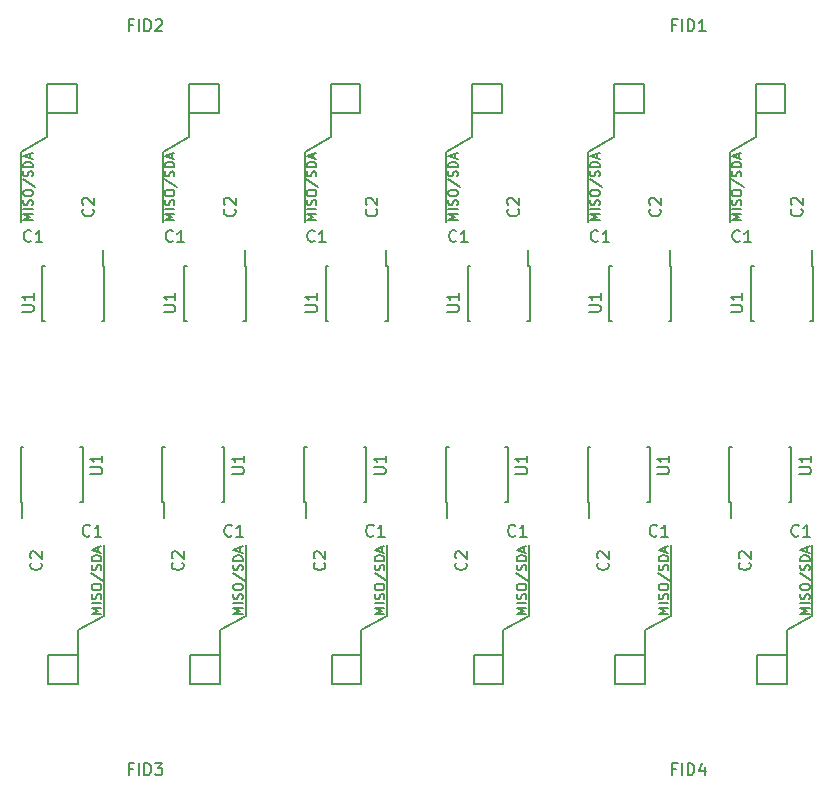
<source format=gto>
G04 #@! TF.GenerationSoftware,KiCad,Pcbnew,5.1.5-52549c5~84~ubuntu18.04.1*
G04 #@! TF.CreationDate,2020-03-17T11:40:12+01:00*
G04 #@! TF.ProjectId,output.A1335_long_I2C_panel,6f757470-7574-42e4-9131-3333355f6c6f,rev?*
G04 #@! TF.SameCoordinates,Original*
G04 #@! TF.FileFunction,Legend,Top*
G04 #@! TF.FilePolarity,Positive*
%FSLAX46Y46*%
G04 Gerber Fmt 4.6, Leading zero omitted, Abs format (unit mm)*
G04 Created by KiCad (PCBNEW 5.1.5-52549c5~84~ubuntu18.04.1) date 2020-03-17 11:40:12*
%MOMM*%
%LPD*%
G04 APERTURE LIST*
%ADD10C,0.150000*%
G04 APERTURE END LIST*
D10*
X111510000Y-77160000D02*
X111510000Y-71160000D01*
X123510000Y-77160000D02*
X123510000Y-71160000D01*
X135510000Y-77160000D02*
X135510000Y-71160000D01*
X147510000Y-77160000D02*
X147510000Y-71160000D01*
X159510000Y-77160000D02*
X159510000Y-71160000D01*
X171510000Y-77160000D02*
X171510000Y-71160000D01*
X178500000Y-104500000D02*
X178500000Y-110500000D01*
X166500000Y-104500000D02*
X166500000Y-110500000D01*
X154500000Y-104500000D02*
X154500000Y-110500000D01*
X142500000Y-104500000D02*
X142500000Y-110500000D01*
X130500000Y-104500000D02*
X130500000Y-110500000D01*
X111510000Y-71160000D02*
X113710000Y-69960000D01*
X123510000Y-71160000D02*
X125710000Y-69960000D01*
X135510000Y-71160000D02*
X137710000Y-69960000D01*
X147510000Y-71160000D02*
X149710000Y-69960000D01*
X159510000Y-71160000D02*
X161710000Y-69960000D01*
X171510000Y-71160000D02*
X173710000Y-69960000D01*
X178500000Y-110500000D02*
X176300000Y-111700000D01*
X166500000Y-110500000D02*
X164300000Y-111700000D01*
X154500000Y-110500000D02*
X152300000Y-111700000D01*
X142500000Y-110500000D02*
X140300000Y-111700000D01*
X130500000Y-110500000D02*
X128300000Y-111700000D01*
X113710000Y-65460000D02*
X116210000Y-65460000D01*
X125710000Y-65460000D02*
X128210000Y-65460000D01*
X137710000Y-65460000D02*
X140210000Y-65460000D01*
X149710000Y-65460000D02*
X152210000Y-65460000D01*
X161710000Y-65460000D02*
X164210000Y-65460000D01*
X173710000Y-65460000D02*
X176210000Y-65460000D01*
X176300000Y-116200000D02*
X173800000Y-116200000D01*
X164300000Y-116200000D02*
X161800000Y-116200000D01*
X152300000Y-116200000D02*
X149800000Y-116200000D01*
X140300000Y-116200000D02*
X137800000Y-116200000D01*
X128300000Y-116200000D02*
X125800000Y-116200000D01*
X113710000Y-69960000D02*
X113710000Y-67360000D01*
X125710000Y-69960000D02*
X125710000Y-67360000D01*
X137710000Y-69960000D02*
X137710000Y-67360000D01*
X149710000Y-69960000D02*
X149710000Y-67360000D01*
X161710000Y-69960000D02*
X161710000Y-67360000D01*
X173710000Y-69960000D02*
X173710000Y-67360000D01*
X176300000Y-111700000D02*
X176300000Y-114300000D01*
X164300000Y-111700000D02*
X164300000Y-114300000D01*
X152300000Y-111700000D02*
X152300000Y-114300000D01*
X140300000Y-111700000D02*
X140300000Y-114300000D01*
X128300000Y-111700000D02*
X128300000Y-114300000D01*
X113710000Y-67360000D02*
X113710000Y-65460000D01*
X125710000Y-67360000D02*
X125710000Y-65460000D01*
X137710000Y-67360000D02*
X137710000Y-65460000D01*
X149710000Y-67360000D02*
X149710000Y-65460000D01*
X161710000Y-67360000D02*
X161710000Y-65460000D01*
X173710000Y-67360000D02*
X173710000Y-65460000D01*
X176300000Y-114300000D02*
X176300000Y-116200000D01*
X164300000Y-114300000D02*
X164300000Y-116200000D01*
X152300000Y-114300000D02*
X152300000Y-116200000D01*
X140300000Y-114300000D02*
X140300000Y-116200000D01*
X128300000Y-114300000D02*
X128300000Y-116200000D01*
X116210000Y-65460000D02*
X116210000Y-67860000D01*
X128210000Y-65460000D02*
X128210000Y-67860000D01*
X140210000Y-65460000D02*
X140210000Y-67860000D01*
X152210000Y-65460000D02*
X152210000Y-67860000D01*
X164210000Y-65460000D02*
X164210000Y-67860000D01*
X176210000Y-65460000D02*
X176210000Y-67860000D01*
X173800000Y-116200000D02*
X173800000Y-113800000D01*
X161800000Y-116200000D02*
X161800000Y-113800000D01*
X149800000Y-116200000D02*
X149800000Y-113800000D01*
X137800000Y-116200000D02*
X137800000Y-113800000D01*
X125800000Y-116200000D02*
X125800000Y-113800000D01*
X116210000Y-67860000D02*
X113710000Y-67860000D01*
X128210000Y-67860000D02*
X125710000Y-67860000D01*
X140210000Y-67860000D02*
X137710000Y-67860000D01*
X152210000Y-67860000D02*
X149710000Y-67860000D01*
X164210000Y-67860000D02*
X161710000Y-67860000D01*
X176210000Y-67860000D02*
X173710000Y-67860000D01*
X173800000Y-113800000D02*
X176300000Y-113800000D01*
X161800000Y-113800000D02*
X164300000Y-113800000D01*
X149800000Y-113800000D02*
X152300000Y-113800000D01*
X137800000Y-113800000D02*
X140300000Y-113800000D01*
X125800000Y-113800000D02*
X128300000Y-113800000D01*
X113800000Y-113800000D02*
X116300000Y-113800000D01*
X113800000Y-116200000D02*
X113800000Y-113800000D01*
X116300000Y-116200000D02*
X113800000Y-116200000D01*
X116300000Y-114300000D02*
X116300000Y-116200000D01*
X116300000Y-111700000D02*
X116300000Y-114300000D01*
X118500000Y-110500000D02*
X116300000Y-111700000D01*
X118500000Y-104500000D02*
X118500000Y-110500000D01*
X118545000Y-80835000D02*
X118420000Y-80835000D01*
X118545000Y-85485000D02*
X118320000Y-85485000D01*
X113295000Y-85485000D02*
X113520000Y-85485000D01*
X113295000Y-80835000D02*
X113520000Y-80835000D01*
X118545000Y-80835000D02*
X118545000Y-85485000D01*
X113295000Y-80835000D02*
X113295000Y-85485000D01*
X118420000Y-80835000D02*
X118420000Y-79485000D01*
X130545000Y-80835000D02*
X130420000Y-80835000D01*
X130545000Y-85485000D02*
X130320000Y-85485000D01*
X125295000Y-85485000D02*
X125520000Y-85485000D01*
X125295000Y-80835000D02*
X125520000Y-80835000D01*
X130545000Y-80835000D02*
X130545000Y-85485000D01*
X125295000Y-80835000D02*
X125295000Y-85485000D01*
X130420000Y-80835000D02*
X130420000Y-79485000D01*
X142545000Y-80835000D02*
X142420000Y-80835000D01*
X142545000Y-85485000D02*
X142320000Y-85485000D01*
X137295000Y-85485000D02*
X137520000Y-85485000D01*
X137295000Y-80835000D02*
X137520000Y-80835000D01*
X142545000Y-80835000D02*
X142545000Y-85485000D01*
X137295000Y-80835000D02*
X137295000Y-85485000D01*
X142420000Y-80835000D02*
X142420000Y-79485000D01*
X154545000Y-80835000D02*
X154420000Y-80835000D01*
X154545000Y-85485000D02*
X154320000Y-85485000D01*
X149295000Y-85485000D02*
X149520000Y-85485000D01*
X149295000Y-80835000D02*
X149520000Y-80835000D01*
X154545000Y-80835000D02*
X154545000Y-85485000D01*
X149295000Y-80835000D02*
X149295000Y-85485000D01*
X154420000Y-80835000D02*
X154420000Y-79485000D01*
X166545000Y-80835000D02*
X166420000Y-80835000D01*
X166545000Y-85485000D02*
X166320000Y-85485000D01*
X161295000Y-85485000D02*
X161520000Y-85485000D01*
X161295000Y-80835000D02*
X161520000Y-80835000D01*
X166545000Y-80835000D02*
X166545000Y-85485000D01*
X161295000Y-80835000D02*
X161295000Y-85485000D01*
X166420000Y-80835000D02*
X166420000Y-79485000D01*
X178545000Y-80835000D02*
X178420000Y-80835000D01*
X178545000Y-85485000D02*
X178320000Y-85485000D01*
X173295000Y-85485000D02*
X173520000Y-85485000D01*
X173295000Y-80835000D02*
X173520000Y-80835000D01*
X178545000Y-80835000D02*
X178545000Y-85485000D01*
X173295000Y-80835000D02*
X173295000Y-85485000D01*
X178420000Y-80835000D02*
X178420000Y-79485000D01*
X171465000Y-100825000D02*
X171590000Y-100825000D01*
X171465000Y-96175000D02*
X171690000Y-96175000D01*
X176715000Y-96175000D02*
X176490000Y-96175000D01*
X176715000Y-100825000D02*
X176490000Y-100825000D01*
X171465000Y-100825000D02*
X171465000Y-96175000D01*
X176715000Y-100825000D02*
X176715000Y-96175000D01*
X171590000Y-100825000D02*
X171590000Y-102175000D01*
X159465000Y-100825000D02*
X159590000Y-100825000D01*
X159465000Y-96175000D02*
X159690000Y-96175000D01*
X164715000Y-96175000D02*
X164490000Y-96175000D01*
X164715000Y-100825000D02*
X164490000Y-100825000D01*
X159465000Y-100825000D02*
X159465000Y-96175000D01*
X164715000Y-100825000D02*
X164715000Y-96175000D01*
X159590000Y-100825000D02*
X159590000Y-102175000D01*
X147465000Y-100825000D02*
X147590000Y-100825000D01*
X147465000Y-96175000D02*
X147690000Y-96175000D01*
X152715000Y-96175000D02*
X152490000Y-96175000D01*
X152715000Y-100825000D02*
X152490000Y-100825000D01*
X147465000Y-100825000D02*
X147465000Y-96175000D01*
X152715000Y-100825000D02*
X152715000Y-96175000D01*
X147590000Y-100825000D02*
X147590000Y-102175000D01*
X135465000Y-100825000D02*
X135590000Y-100825000D01*
X135465000Y-96175000D02*
X135690000Y-96175000D01*
X140715000Y-96175000D02*
X140490000Y-96175000D01*
X140715000Y-100825000D02*
X140490000Y-100825000D01*
X135465000Y-100825000D02*
X135465000Y-96175000D01*
X140715000Y-100825000D02*
X140715000Y-96175000D01*
X135590000Y-100825000D02*
X135590000Y-102175000D01*
X123465000Y-100825000D02*
X123590000Y-100825000D01*
X123465000Y-96175000D02*
X123690000Y-96175000D01*
X128715000Y-96175000D02*
X128490000Y-96175000D01*
X128715000Y-100825000D02*
X128490000Y-100825000D01*
X123465000Y-100825000D02*
X123465000Y-96175000D01*
X128715000Y-100825000D02*
X128715000Y-96175000D01*
X123590000Y-100825000D02*
X123590000Y-102175000D01*
X111590000Y-100825000D02*
X111590000Y-102175000D01*
X116715000Y-100825000D02*
X116715000Y-96175000D01*
X111465000Y-100825000D02*
X111465000Y-96175000D01*
X116715000Y-100825000D02*
X116490000Y-100825000D01*
X116715000Y-96175000D02*
X116490000Y-96175000D01*
X111465000Y-96175000D02*
X111690000Y-96175000D01*
X111465000Y-100825000D02*
X111590000Y-100825000D01*
X117567142Y-76026666D02*
X117614761Y-76074285D01*
X117662380Y-76217142D01*
X117662380Y-76312380D01*
X117614761Y-76455238D01*
X117519523Y-76550476D01*
X117424285Y-76598095D01*
X117233809Y-76645714D01*
X117090952Y-76645714D01*
X116900476Y-76598095D01*
X116805238Y-76550476D01*
X116710000Y-76455238D01*
X116662380Y-76312380D01*
X116662380Y-76217142D01*
X116710000Y-76074285D01*
X116757619Y-76026666D01*
X116757619Y-75645714D02*
X116710000Y-75598095D01*
X116662380Y-75502857D01*
X116662380Y-75264761D01*
X116710000Y-75169523D01*
X116757619Y-75121904D01*
X116852857Y-75074285D01*
X116948095Y-75074285D01*
X117090952Y-75121904D01*
X117662380Y-75693333D01*
X117662380Y-75074285D01*
X129567142Y-76026666D02*
X129614761Y-76074285D01*
X129662380Y-76217142D01*
X129662380Y-76312380D01*
X129614761Y-76455238D01*
X129519523Y-76550476D01*
X129424285Y-76598095D01*
X129233809Y-76645714D01*
X129090952Y-76645714D01*
X128900476Y-76598095D01*
X128805238Y-76550476D01*
X128710000Y-76455238D01*
X128662380Y-76312380D01*
X128662380Y-76217142D01*
X128710000Y-76074285D01*
X128757619Y-76026666D01*
X128757619Y-75645714D02*
X128710000Y-75598095D01*
X128662380Y-75502857D01*
X128662380Y-75264761D01*
X128710000Y-75169523D01*
X128757619Y-75121904D01*
X128852857Y-75074285D01*
X128948095Y-75074285D01*
X129090952Y-75121904D01*
X129662380Y-75693333D01*
X129662380Y-75074285D01*
X141567142Y-76026666D02*
X141614761Y-76074285D01*
X141662380Y-76217142D01*
X141662380Y-76312380D01*
X141614761Y-76455238D01*
X141519523Y-76550476D01*
X141424285Y-76598095D01*
X141233809Y-76645714D01*
X141090952Y-76645714D01*
X140900476Y-76598095D01*
X140805238Y-76550476D01*
X140710000Y-76455238D01*
X140662380Y-76312380D01*
X140662380Y-76217142D01*
X140710000Y-76074285D01*
X140757619Y-76026666D01*
X140757619Y-75645714D02*
X140710000Y-75598095D01*
X140662380Y-75502857D01*
X140662380Y-75264761D01*
X140710000Y-75169523D01*
X140757619Y-75121904D01*
X140852857Y-75074285D01*
X140948095Y-75074285D01*
X141090952Y-75121904D01*
X141662380Y-75693333D01*
X141662380Y-75074285D01*
X153567142Y-76026666D02*
X153614761Y-76074285D01*
X153662380Y-76217142D01*
X153662380Y-76312380D01*
X153614761Y-76455238D01*
X153519523Y-76550476D01*
X153424285Y-76598095D01*
X153233809Y-76645714D01*
X153090952Y-76645714D01*
X152900476Y-76598095D01*
X152805238Y-76550476D01*
X152710000Y-76455238D01*
X152662380Y-76312380D01*
X152662380Y-76217142D01*
X152710000Y-76074285D01*
X152757619Y-76026666D01*
X152757619Y-75645714D02*
X152710000Y-75598095D01*
X152662380Y-75502857D01*
X152662380Y-75264761D01*
X152710000Y-75169523D01*
X152757619Y-75121904D01*
X152852857Y-75074285D01*
X152948095Y-75074285D01*
X153090952Y-75121904D01*
X153662380Y-75693333D01*
X153662380Y-75074285D01*
X165567142Y-76026666D02*
X165614761Y-76074285D01*
X165662380Y-76217142D01*
X165662380Y-76312380D01*
X165614761Y-76455238D01*
X165519523Y-76550476D01*
X165424285Y-76598095D01*
X165233809Y-76645714D01*
X165090952Y-76645714D01*
X164900476Y-76598095D01*
X164805238Y-76550476D01*
X164710000Y-76455238D01*
X164662380Y-76312380D01*
X164662380Y-76217142D01*
X164710000Y-76074285D01*
X164757619Y-76026666D01*
X164757619Y-75645714D02*
X164710000Y-75598095D01*
X164662380Y-75502857D01*
X164662380Y-75264761D01*
X164710000Y-75169523D01*
X164757619Y-75121904D01*
X164852857Y-75074285D01*
X164948095Y-75074285D01*
X165090952Y-75121904D01*
X165662380Y-75693333D01*
X165662380Y-75074285D01*
X177567142Y-76026666D02*
X177614761Y-76074285D01*
X177662380Y-76217142D01*
X177662380Y-76312380D01*
X177614761Y-76455238D01*
X177519523Y-76550476D01*
X177424285Y-76598095D01*
X177233809Y-76645714D01*
X177090952Y-76645714D01*
X176900476Y-76598095D01*
X176805238Y-76550476D01*
X176710000Y-76455238D01*
X176662380Y-76312380D01*
X176662380Y-76217142D01*
X176710000Y-76074285D01*
X176757619Y-76026666D01*
X176757619Y-75645714D02*
X176710000Y-75598095D01*
X176662380Y-75502857D01*
X176662380Y-75264761D01*
X176710000Y-75169523D01*
X176757619Y-75121904D01*
X176852857Y-75074285D01*
X176948095Y-75074285D01*
X177090952Y-75121904D01*
X177662380Y-75693333D01*
X177662380Y-75074285D01*
X173157142Y-105966666D02*
X173204761Y-106014285D01*
X173252380Y-106157142D01*
X173252380Y-106252380D01*
X173204761Y-106395238D01*
X173109523Y-106490476D01*
X173014285Y-106538095D01*
X172823809Y-106585714D01*
X172680952Y-106585714D01*
X172490476Y-106538095D01*
X172395238Y-106490476D01*
X172300000Y-106395238D01*
X172252380Y-106252380D01*
X172252380Y-106157142D01*
X172300000Y-106014285D01*
X172347619Y-105966666D01*
X172347619Y-105585714D02*
X172300000Y-105538095D01*
X172252380Y-105442857D01*
X172252380Y-105204761D01*
X172300000Y-105109523D01*
X172347619Y-105061904D01*
X172442857Y-105014285D01*
X172538095Y-105014285D01*
X172680952Y-105061904D01*
X173252380Y-105633333D01*
X173252380Y-105014285D01*
X161157142Y-105966666D02*
X161204761Y-106014285D01*
X161252380Y-106157142D01*
X161252380Y-106252380D01*
X161204761Y-106395238D01*
X161109523Y-106490476D01*
X161014285Y-106538095D01*
X160823809Y-106585714D01*
X160680952Y-106585714D01*
X160490476Y-106538095D01*
X160395238Y-106490476D01*
X160300000Y-106395238D01*
X160252380Y-106252380D01*
X160252380Y-106157142D01*
X160300000Y-106014285D01*
X160347619Y-105966666D01*
X160347619Y-105585714D02*
X160300000Y-105538095D01*
X160252380Y-105442857D01*
X160252380Y-105204761D01*
X160300000Y-105109523D01*
X160347619Y-105061904D01*
X160442857Y-105014285D01*
X160538095Y-105014285D01*
X160680952Y-105061904D01*
X161252380Y-105633333D01*
X161252380Y-105014285D01*
X149157142Y-105966666D02*
X149204761Y-106014285D01*
X149252380Y-106157142D01*
X149252380Y-106252380D01*
X149204761Y-106395238D01*
X149109523Y-106490476D01*
X149014285Y-106538095D01*
X148823809Y-106585714D01*
X148680952Y-106585714D01*
X148490476Y-106538095D01*
X148395238Y-106490476D01*
X148300000Y-106395238D01*
X148252380Y-106252380D01*
X148252380Y-106157142D01*
X148300000Y-106014285D01*
X148347619Y-105966666D01*
X148347619Y-105585714D02*
X148300000Y-105538095D01*
X148252380Y-105442857D01*
X148252380Y-105204761D01*
X148300000Y-105109523D01*
X148347619Y-105061904D01*
X148442857Y-105014285D01*
X148538095Y-105014285D01*
X148680952Y-105061904D01*
X149252380Y-105633333D01*
X149252380Y-105014285D01*
X137157142Y-105966666D02*
X137204761Y-106014285D01*
X137252380Y-106157142D01*
X137252380Y-106252380D01*
X137204761Y-106395238D01*
X137109523Y-106490476D01*
X137014285Y-106538095D01*
X136823809Y-106585714D01*
X136680952Y-106585714D01*
X136490476Y-106538095D01*
X136395238Y-106490476D01*
X136300000Y-106395238D01*
X136252380Y-106252380D01*
X136252380Y-106157142D01*
X136300000Y-106014285D01*
X136347619Y-105966666D01*
X136347619Y-105585714D02*
X136300000Y-105538095D01*
X136252380Y-105442857D01*
X136252380Y-105204761D01*
X136300000Y-105109523D01*
X136347619Y-105061904D01*
X136442857Y-105014285D01*
X136538095Y-105014285D01*
X136680952Y-105061904D01*
X137252380Y-105633333D01*
X137252380Y-105014285D01*
X125157142Y-105966666D02*
X125204761Y-106014285D01*
X125252380Y-106157142D01*
X125252380Y-106252380D01*
X125204761Y-106395238D01*
X125109523Y-106490476D01*
X125014285Y-106538095D01*
X124823809Y-106585714D01*
X124680952Y-106585714D01*
X124490476Y-106538095D01*
X124395238Y-106490476D01*
X124300000Y-106395238D01*
X124252380Y-106252380D01*
X124252380Y-106157142D01*
X124300000Y-106014285D01*
X124347619Y-105966666D01*
X124347619Y-105585714D02*
X124300000Y-105538095D01*
X124252380Y-105442857D01*
X124252380Y-105204761D01*
X124300000Y-105109523D01*
X124347619Y-105061904D01*
X124442857Y-105014285D01*
X124538095Y-105014285D01*
X124680952Y-105061904D01*
X125252380Y-105633333D01*
X125252380Y-105014285D01*
X112343333Y-78717142D02*
X112295714Y-78764761D01*
X112152857Y-78812380D01*
X112057619Y-78812380D01*
X111914761Y-78764761D01*
X111819523Y-78669523D01*
X111771904Y-78574285D01*
X111724285Y-78383809D01*
X111724285Y-78240952D01*
X111771904Y-78050476D01*
X111819523Y-77955238D01*
X111914761Y-77860000D01*
X112057619Y-77812380D01*
X112152857Y-77812380D01*
X112295714Y-77860000D01*
X112343333Y-77907619D01*
X113295714Y-78812380D02*
X112724285Y-78812380D01*
X113010000Y-78812380D02*
X113010000Y-77812380D01*
X112914761Y-77955238D01*
X112819523Y-78050476D01*
X112724285Y-78098095D01*
X124343333Y-78717142D02*
X124295714Y-78764761D01*
X124152857Y-78812380D01*
X124057619Y-78812380D01*
X123914761Y-78764761D01*
X123819523Y-78669523D01*
X123771904Y-78574285D01*
X123724285Y-78383809D01*
X123724285Y-78240952D01*
X123771904Y-78050476D01*
X123819523Y-77955238D01*
X123914761Y-77860000D01*
X124057619Y-77812380D01*
X124152857Y-77812380D01*
X124295714Y-77860000D01*
X124343333Y-77907619D01*
X125295714Y-78812380D02*
X124724285Y-78812380D01*
X125010000Y-78812380D02*
X125010000Y-77812380D01*
X124914761Y-77955238D01*
X124819523Y-78050476D01*
X124724285Y-78098095D01*
X136343333Y-78717142D02*
X136295714Y-78764761D01*
X136152857Y-78812380D01*
X136057619Y-78812380D01*
X135914761Y-78764761D01*
X135819523Y-78669523D01*
X135771904Y-78574285D01*
X135724285Y-78383809D01*
X135724285Y-78240952D01*
X135771904Y-78050476D01*
X135819523Y-77955238D01*
X135914761Y-77860000D01*
X136057619Y-77812380D01*
X136152857Y-77812380D01*
X136295714Y-77860000D01*
X136343333Y-77907619D01*
X137295714Y-78812380D02*
X136724285Y-78812380D01*
X137010000Y-78812380D02*
X137010000Y-77812380D01*
X136914761Y-77955238D01*
X136819523Y-78050476D01*
X136724285Y-78098095D01*
X148343333Y-78717142D02*
X148295714Y-78764761D01*
X148152857Y-78812380D01*
X148057619Y-78812380D01*
X147914761Y-78764761D01*
X147819523Y-78669523D01*
X147771904Y-78574285D01*
X147724285Y-78383809D01*
X147724285Y-78240952D01*
X147771904Y-78050476D01*
X147819523Y-77955238D01*
X147914761Y-77860000D01*
X148057619Y-77812380D01*
X148152857Y-77812380D01*
X148295714Y-77860000D01*
X148343333Y-77907619D01*
X149295714Y-78812380D02*
X148724285Y-78812380D01*
X149010000Y-78812380D02*
X149010000Y-77812380D01*
X148914761Y-77955238D01*
X148819523Y-78050476D01*
X148724285Y-78098095D01*
X160343333Y-78717142D02*
X160295714Y-78764761D01*
X160152857Y-78812380D01*
X160057619Y-78812380D01*
X159914761Y-78764761D01*
X159819523Y-78669523D01*
X159771904Y-78574285D01*
X159724285Y-78383809D01*
X159724285Y-78240952D01*
X159771904Y-78050476D01*
X159819523Y-77955238D01*
X159914761Y-77860000D01*
X160057619Y-77812380D01*
X160152857Y-77812380D01*
X160295714Y-77860000D01*
X160343333Y-77907619D01*
X161295714Y-78812380D02*
X160724285Y-78812380D01*
X161010000Y-78812380D02*
X161010000Y-77812380D01*
X160914761Y-77955238D01*
X160819523Y-78050476D01*
X160724285Y-78098095D01*
X172343333Y-78717142D02*
X172295714Y-78764761D01*
X172152857Y-78812380D01*
X172057619Y-78812380D01*
X171914761Y-78764761D01*
X171819523Y-78669523D01*
X171771904Y-78574285D01*
X171724285Y-78383809D01*
X171724285Y-78240952D01*
X171771904Y-78050476D01*
X171819523Y-77955238D01*
X171914761Y-77860000D01*
X172057619Y-77812380D01*
X172152857Y-77812380D01*
X172295714Y-77860000D01*
X172343333Y-77907619D01*
X173295714Y-78812380D02*
X172724285Y-78812380D01*
X173010000Y-78812380D02*
X173010000Y-77812380D01*
X172914761Y-77955238D01*
X172819523Y-78050476D01*
X172724285Y-78098095D01*
X177333333Y-103657142D02*
X177285714Y-103704761D01*
X177142857Y-103752380D01*
X177047619Y-103752380D01*
X176904761Y-103704761D01*
X176809523Y-103609523D01*
X176761904Y-103514285D01*
X176714285Y-103323809D01*
X176714285Y-103180952D01*
X176761904Y-102990476D01*
X176809523Y-102895238D01*
X176904761Y-102800000D01*
X177047619Y-102752380D01*
X177142857Y-102752380D01*
X177285714Y-102800000D01*
X177333333Y-102847619D01*
X178285714Y-103752380D02*
X177714285Y-103752380D01*
X178000000Y-103752380D02*
X178000000Y-102752380D01*
X177904761Y-102895238D01*
X177809523Y-102990476D01*
X177714285Y-103038095D01*
X165333333Y-103657142D02*
X165285714Y-103704761D01*
X165142857Y-103752380D01*
X165047619Y-103752380D01*
X164904761Y-103704761D01*
X164809523Y-103609523D01*
X164761904Y-103514285D01*
X164714285Y-103323809D01*
X164714285Y-103180952D01*
X164761904Y-102990476D01*
X164809523Y-102895238D01*
X164904761Y-102800000D01*
X165047619Y-102752380D01*
X165142857Y-102752380D01*
X165285714Y-102800000D01*
X165333333Y-102847619D01*
X166285714Y-103752380D02*
X165714285Y-103752380D01*
X166000000Y-103752380D02*
X166000000Y-102752380D01*
X165904761Y-102895238D01*
X165809523Y-102990476D01*
X165714285Y-103038095D01*
X153333333Y-103657142D02*
X153285714Y-103704761D01*
X153142857Y-103752380D01*
X153047619Y-103752380D01*
X152904761Y-103704761D01*
X152809523Y-103609523D01*
X152761904Y-103514285D01*
X152714285Y-103323809D01*
X152714285Y-103180952D01*
X152761904Y-102990476D01*
X152809523Y-102895238D01*
X152904761Y-102800000D01*
X153047619Y-102752380D01*
X153142857Y-102752380D01*
X153285714Y-102800000D01*
X153333333Y-102847619D01*
X154285714Y-103752380D02*
X153714285Y-103752380D01*
X154000000Y-103752380D02*
X154000000Y-102752380D01*
X153904761Y-102895238D01*
X153809523Y-102990476D01*
X153714285Y-103038095D01*
X141333333Y-103657142D02*
X141285714Y-103704761D01*
X141142857Y-103752380D01*
X141047619Y-103752380D01*
X140904761Y-103704761D01*
X140809523Y-103609523D01*
X140761904Y-103514285D01*
X140714285Y-103323809D01*
X140714285Y-103180952D01*
X140761904Y-102990476D01*
X140809523Y-102895238D01*
X140904761Y-102800000D01*
X141047619Y-102752380D01*
X141142857Y-102752380D01*
X141285714Y-102800000D01*
X141333333Y-102847619D01*
X142285714Y-103752380D02*
X141714285Y-103752380D01*
X142000000Y-103752380D02*
X142000000Y-102752380D01*
X141904761Y-102895238D01*
X141809523Y-102990476D01*
X141714285Y-103038095D01*
X129333333Y-103657142D02*
X129285714Y-103704761D01*
X129142857Y-103752380D01*
X129047619Y-103752380D01*
X128904761Y-103704761D01*
X128809523Y-103609523D01*
X128761904Y-103514285D01*
X128714285Y-103323809D01*
X128714285Y-103180952D01*
X128761904Y-102990476D01*
X128809523Y-102895238D01*
X128904761Y-102800000D01*
X129047619Y-102752380D01*
X129142857Y-102752380D01*
X129285714Y-102800000D01*
X129333333Y-102847619D01*
X130285714Y-103752380D02*
X129714285Y-103752380D01*
X130000000Y-103752380D02*
X130000000Y-102752380D01*
X129904761Y-102895238D01*
X129809523Y-102990476D01*
X129714285Y-103038095D01*
X112471904Y-76960000D02*
X111671904Y-76960000D01*
X112243333Y-76693333D01*
X111671904Y-76426666D01*
X112471904Y-76426666D01*
X112471904Y-76045714D02*
X111671904Y-76045714D01*
X112433809Y-75702857D02*
X112471904Y-75588571D01*
X112471904Y-75398095D01*
X112433809Y-75321904D01*
X112395714Y-75283809D01*
X112319523Y-75245714D01*
X112243333Y-75245714D01*
X112167142Y-75283809D01*
X112129047Y-75321904D01*
X112090952Y-75398095D01*
X112052857Y-75550476D01*
X112014761Y-75626666D01*
X111976666Y-75664761D01*
X111900476Y-75702857D01*
X111824285Y-75702857D01*
X111748095Y-75664761D01*
X111710000Y-75626666D01*
X111671904Y-75550476D01*
X111671904Y-75360000D01*
X111710000Y-75245714D01*
X111671904Y-74750476D02*
X111671904Y-74598095D01*
X111710000Y-74521904D01*
X111786190Y-74445714D01*
X111938571Y-74407619D01*
X112205238Y-74407619D01*
X112357619Y-74445714D01*
X112433809Y-74521904D01*
X112471904Y-74598095D01*
X112471904Y-74750476D01*
X112433809Y-74826666D01*
X112357619Y-74902857D01*
X112205238Y-74940952D01*
X111938571Y-74940952D01*
X111786190Y-74902857D01*
X111710000Y-74826666D01*
X111671904Y-74750476D01*
X111633809Y-73493333D02*
X112662380Y-74179047D01*
X112433809Y-73264761D02*
X112471904Y-73150476D01*
X112471904Y-72960000D01*
X112433809Y-72883809D01*
X112395714Y-72845714D01*
X112319523Y-72807619D01*
X112243333Y-72807619D01*
X112167142Y-72845714D01*
X112129047Y-72883809D01*
X112090952Y-72960000D01*
X112052857Y-73112380D01*
X112014761Y-73188571D01*
X111976666Y-73226666D01*
X111900476Y-73264761D01*
X111824285Y-73264761D01*
X111748095Y-73226666D01*
X111710000Y-73188571D01*
X111671904Y-73112380D01*
X111671904Y-72921904D01*
X111710000Y-72807619D01*
X112471904Y-72464761D02*
X111671904Y-72464761D01*
X111671904Y-72274285D01*
X111710000Y-72160000D01*
X111786190Y-72083809D01*
X111862380Y-72045714D01*
X112014761Y-72007619D01*
X112129047Y-72007619D01*
X112281428Y-72045714D01*
X112357619Y-72083809D01*
X112433809Y-72160000D01*
X112471904Y-72274285D01*
X112471904Y-72464761D01*
X112243333Y-71702857D02*
X112243333Y-71321904D01*
X112471904Y-71779047D02*
X111671904Y-71512380D01*
X112471904Y-71245714D01*
X124471904Y-76960000D02*
X123671904Y-76960000D01*
X124243333Y-76693333D01*
X123671904Y-76426666D01*
X124471904Y-76426666D01*
X124471904Y-76045714D02*
X123671904Y-76045714D01*
X124433809Y-75702857D02*
X124471904Y-75588571D01*
X124471904Y-75398095D01*
X124433809Y-75321904D01*
X124395714Y-75283809D01*
X124319523Y-75245714D01*
X124243333Y-75245714D01*
X124167142Y-75283809D01*
X124129047Y-75321904D01*
X124090952Y-75398095D01*
X124052857Y-75550476D01*
X124014761Y-75626666D01*
X123976666Y-75664761D01*
X123900476Y-75702857D01*
X123824285Y-75702857D01*
X123748095Y-75664761D01*
X123710000Y-75626666D01*
X123671904Y-75550476D01*
X123671904Y-75360000D01*
X123710000Y-75245714D01*
X123671904Y-74750476D02*
X123671904Y-74598095D01*
X123710000Y-74521904D01*
X123786190Y-74445714D01*
X123938571Y-74407619D01*
X124205238Y-74407619D01*
X124357619Y-74445714D01*
X124433809Y-74521904D01*
X124471904Y-74598095D01*
X124471904Y-74750476D01*
X124433809Y-74826666D01*
X124357619Y-74902857D01*
X124205238Y-74940952D01*
X123938571Y-74940952D01*
X123786190Y-74902857D01*
X123710000Y-74826666D01*
X123671904Y-74750476D01*
X123633809Y-73493333D02*
X124662380Y-74179047D01*
X124433809Y-73264761D02*
X124471904Y-73150476D01*
X124471904Y-72960000D01*
X124433809Y-72883809D01*
X124395714Y-72845714D01*
X124319523Y-72807619D01*
X124243333Y-72807619D01*
X124167142Y-72845714D01*
X124129047Y-72883809D01*
X124090952Y-72960000D01*
X124052857Y-73112380D01*
X124014761Y-73188571D01*
X123976666Y-73226666D01*
X123900476Y-73264761D01*
X123824285Y-73264761D01*
X123748095Y-73226666D01*
X123710000Y-73188571D01*
X123671904Y-73112380D01*
X123671904Y-72921904D01*
X123710000Y-72807619D01*
X124471904Y-72464761D02*
X123671904Y-72464761D01*
X123671904Y-72274285D01*
X123710000Y-72160000D01*
X123786190Y-72083809D01*
X123862380Y-72045714D01*
X124014761Y-72007619D01*
X124129047Y-72007619D01*
X124281428Y-72045714D01*
X124357619Y-72083809D01*
X124433809Y-72160000D01*
X124471904Y-72274285D01*
X124471904Y-72464761D01*
X124243333Y-71702857D02*
X124243333Y-71321904D01*
X124471904Y-71779047D02*
X123671904Y-71512380D01*
X124471904Y-71245714D01*
X136471904Y-76960000D02*
X135671904Y-76960000D01*
X136243333Y-76693333D01*
X135671904Y-76426666D01*
X136471904Y-76426666D01*
X136471904Y-76045714D02*
X135671904Y-76045714D01*
X136433809Y-75702857D02*
X136471904Y-75588571D01*
X136471904Y-75398095D01*
X136433809Y-75321904D01*
X136395714Y-75283809D01*
X136319523Y-75245714D01*
X136243333Y-75245714D01*
X136167142Y-75283809D01*
X136129047Y-75321904D01*
X136090952Y-75398095D01*
X136052857Y-75550476D01*
X136014761Y-75626666D01*
X135976666Y-75664761D01*
X135900476Y-75702857D01*
X135824285Y-75702857D01*
X135748095Y-75664761D01*
X135710000Y-75626666D01*
X135671904Y-75550476D01*
X135671904Y-75360000D01*
X135710000Y-75245714D01*
X135671904Y-74750476D02*
X135671904Y-74598095D01*
X135710000Y-74521904D01*
X135786190Y-74445714D01*
X135938571Y-74407619D01*
X136205238Y-74407619D01*
X136357619Y-74445714D01*
X136433809Y-74521904D01*
X136471904Y-74598095D01*
X136471904Y-74750476D01*
X136433809Y-74826666D01*
X136357619Y-74902857D01*
X136205238Y-74940952D01*
X135938571Y-74940952D01*
X135786190Y-74902857D01*
X135710000Y-74826666D01*
X135671904Y-74750476D01*
X135633809Y-73493333D02*
X136662380Y-74179047D01*
X136433809Y-73264761D02*
X136471904Y-73150476D01*
X136471904Y-72960000D01*
X136433809Y-72883809D01*
X136395714Y-72845714D01*
X136319523Y-72807619D01*
X136243333Y-72807619D01*
X136167142Y-72845714D01*
X136129047Y-72883809D01*
X136090952Y-72960000D01*
X136052857Y-73112380D01*
X136014761Y-73188571D01*
X135976666Y-73226666D01*
X135900476Y-73264761D01*
X135824285Y-73264761D01*
X135748095Y-73226666D01*
X135710000Y-73188571D01*
X135671904Y-73112380D01*
X135671904Y-72921904D01*
X135710000Y-72807619D01*
X136471904Y-72464761D02*
X135671904Y-72464761D01*
X135671904Y-72274285D01*
X135710000Y-72160000D01*
X135786190Y-72083809D01*
X135862380Y-72045714D01*
X136014761Y-72007619D01*
X136129047Y-72007619D01*
X136281428Y-72045714D01*
X136357619Y-72083809D01*
X136433809Y-72160000D01*
X136471904Y-72274285D01*
X136471904Y-72464761D01*
X136243333Y-71702857D02*
X136243333Y-71321904D01*
X136471904Y-71779047D02*
X135671904Y-71512380D01*
X136471904Y-71245714D01*
X148471904Y-76960000D02*
X147671904Y-76960000D01*
X148243333Y-76693333D01*
X147671904Y-76426666D01*
X148471904Y-76426666D01*
X148471904Y-76045714D02*
X147671904Y-76045714D01*
X148433809Y-75702857D02*
X148471904Y-75588571D01*
X148471904Y-75398095D01*
X148433809Y-75321904D01*
X148395714Y-75283809D01*
X148319523Y-75245714D01*
X148243333Y-75245714D01*
X148167142Y-75283809D01*
X148129047Y-75321904D01*
X148090952Y-75398095D01*
X148052857Y-75550476D01*
X148014761Y-75626666D01*
X147976666Y-75664761D01*
X147900476Y-75702857D01*
X147824285Y-75702857D01*
X147748095Y-75664761D01*
X147710000Y-75626666D01*
X147671904Y-75550476D01*
X147671904Y-75360000D01*
X147710000Y-75245714D01*
X147671904Y-74750476D02*
X147671904Y-74598095D01*
X147710000Y-74521904D01*
X147786190Y-74445714D01*
X147938571Y-74407619D01*
X148205238Y-74407619D01*
X148357619Y-74445714D01*
X148433809Y-74521904D01*
X148471904Y-74598095D01*
X148471904Y-74750476D01*
X148433809Y-74826666D01*
X148357619Y-74902857D01*
X148205238Y-74940952D01*
X147938571Y-74940952D01*
X147786190Y-74902857D01*
X147710000Y-74826666D01*
X147671904Y-74750476D01*
X147633809Y-73493333D02*
X148662380Y-74179047D01*
X148433809Y-73264761D02*
X148471904Y-73150476D01*
X148471904Y-72960000D01*
X148433809Y-72883809D01*
X148395714Y-72845714D01*
X148319523Y-72807619D01*
X148243333Y-72807619D01*
X148167142Y-72845714D01*
X148129047Y-72883809D01*
X148090952Y-72960000D01*
X148052857Y-73112380D01*
X148014761Y-73188571D01*
X147976666Y-73226666D01*
X147900476Y-73264761D01*
X147824285Y-73264761D01*
X147748095Y-73226666D01*
X147710000Y-73188571D01*
X147671904Y-73112380D01*
X147671904Y-72921904D01*
X147710000Y-72807619D01*
X148471904Y-72464761D02*
X147671904Y-72464761D01*
X147671904Y-72274285D01*
X147710000Y-72160000D01*
X147786190Y-72083809D01*
X147862380Y-72045714D01*
X148014761Y-72007619D01*
X148129047Y-72007619D01*
X148281428Y-72045714D01*
X148357619Y-72083809D01*
X148433809Y-72160000D01*
X148471904Y-72274285D01*
X148471904Y-72464761D01*
X148243333Y-71702857D02*
X148243333Y-71321904D01*
X148471904Y-71779047D02*
X147671904Y-71512380D01*
X148471904Y-71245714D01*
X160471904Y-76960000D02*
X159671904Y-76960000D01*
X160243333Y-76693333D01*
X159671904Y-76426666D01*
X160471904Y-76426666D01*
X160471904Y-76045714D02*
X159671904Y-76045714D01*
X160433809Y-75702857D02*
X160471904Y-75588571D01*
X160471904Y-75398095D01*
X160433809Y-75321904D01*
X160395714Y-75283809D01*
X160319523Y-75245714D01*
X160243333Y-75245714D01*
X160167142Y-75283809D01*
X160129047Y-75321904D01*
X160090952Y-75398095D01*
X160052857Y-75550476D01*
X160014761Y-75626666D01*
X159976666Y-75664761D01*
X159900476Y-75702857D01*
X159824285Y-75702857D01*
X159748095Y-75664761D01*
X159710000Y-75626666D01*
X159671904Y-75550476D01*
X159671904Y-75360000D01*
X159710000Y-75245714D01*
X159671904Y-74750476D02*
X159671904Y-74598095D01*
X159710000Y-74521904D01*
X159786190Y-74445714D01*
X159938571Y-74407619D01*
X160205238Y-74407619D01*
X160357619Y-74445714D01*
X160433809Y-74521904D01*
X160471904Y-74598095D01*
X160471904Y-74750476D01*
X160433809Y-74826666D01*
X160357619Y-74902857D01*
X160205238Y-74940952D01*
X159938571Y-74940952D01*
X159786190Y-74902857D01*
X159710000Y-74826666D01*
X159671904Y-74750476D01*
X159633809Y-73493333D02*
X160662380Y-74179047D01*
X160433809Y-73264761D02*
X160471904Y-73150476D01*
X160471904Y-72960000D01*
X160433809Y-72883809D01*
X160395714Y-72845714D01*
X160319523Y-72807619D01*
X160243333Y-72807619D01*
X160167142Y-72845714D01*
X160129047Y-72883809D01*
X160090952Y-72960000D01*
X160052857Y-73112380D01*
X160014761Y-73188571D01*
X159976666Y-73226666D01*
X159900476Y-73264761D01*
X159824285Y-73264761D01*
X159748095Y-73226666D01*
X159710000Y-73188571D01*
X159671904Y-73112380D01*
X159671904Y-72921904D01*
X159710000Y-72807619D01*
X160471904Y-72464761D02*
X159671904Y-72464761D01*
X159671904Y-72274285D01*
X159710000Y-72160000D01*
X159786190Y-72083809D01*
X159862380Y-72045714D01*
X160014761Y-72007619D01*
X160129047Y-72007619D01*
X160281428Y-72045714D01*
X160357619Y-72083809D01*
X160433809Y-72160000D01*
X160471904Y-72274285D01*
X160471904Y-72464761D01*
X160243333Y-71702857D02*
X160243333Y-71321904D01*
X160471904Y-71779047D02*
X159671904Y-71512380D01*
X160471904Y-71245714D01*
X172471904Y-76960000D02*
X171671904Y-76960000D01*
X172243333Y-76693333D01*
X171671904Y-76426666D01*
X172471904Y-76426666D01*
X172471904Y-76045714D02*
X171671904Y-76045714D01*
X172433809Y-75702857D02*
X172471904Y-75588571D01*
X172471904Y-75398095D01*
X172433809Y-75321904D01*
X172395714Y-75283809D01*
X172319523Y-75245714D01*
X172243333Y-75245714D01*
X172167142Y-75283809D01*
X172129047Y-75321904D01*
X172090952Y-75398095D01*
X172052857Y-75550476D01*
X172014761Y-75626666D01*
X171976666Y-75664761D01*
X171900476Y-75702857D01*
X171824285Y-75702857D01*
X171748095Y-75664761D01*
X171710000Y-75626666D01*
X171671904Y-75550476D01*
X171671904Y-75360000D01*
X171710000Y-75245714D01*
X171671904Y-74750476D02*
X171671904Y-74598095D01*
X171710000Y-74521904D01*
X171786190Y-74445714D01*
X171938571Y-74407619D01*
X172205238Y-74407619D01*
X172357619Y-74445714D01*
X172433809Y-74521904D01*
X172471904Y-74598095D01*
X172471904Y-74750476D01*
X172433809Y-74826666D01*
X172357619Y-74902857D01*
X172205238Y-74940952D01*
X171938571Y-74940952D01*
X171786190Y-74902857D01*
X171710000Y-74826666D01*
X171671904Y-74750476D01*
X171633809Y-73493333D02*
X172662380Y-74179047D01*
X172433809Y-73264761D02*
X172471904Y-73150476D01*
X172471904Y-72960000D01*
X172433809Y-72883809D01*
X172395714Y-72845714D01*
X172319523Y-72807619D01*
X172243333Y-72807619D01*
X172167142Y-72845714D01*
X172129047Y-72883809D01*
X172090952Y-72960000D01*
X172052857Y-73112380D01*
X172014761Y-73188571D01*
X171976666Y-73226666D01*
X171900476Y-73264761D01*
X171824285Y-73264761D01*
X171748095Y-73226666D01*
X171710000Y-73188571D01*
X171671904Y-73112380D01*
X171671904Y-72921904D01*
X171710000Y-72807619D01*
X172471904Y-72464761D02*
X171671904Y-72464761D01*
X171671904Y-72274285D01*
X171710000Y-72160000D01*
X171786190Y-72083809D01*
X171862380Y-72045714D01*
X172014761Y-72007619D01*
X172129047Y-72007619D01*
X172281428Y-72045714D01*
X172357619Y-72083809D01*
X172433809Y-72160000D01*
X172471904Y-72274285D01*
X172471904Y-72464761D01*
X172243333Y-71702857D02*
X172243333Y-71321904D01*
X172471904Y-71779047D02*
X171671904Y-71512380D01*
X172471904Y-71245714D01*
X178261904Y-110300000D02*
X177461904Y-110300000D01*
X178033333Y-110033333D01*
X177461904Y-109766666D01*
X178261904Y-109766666D01*
X178261904Y-109385714D02*
X177461904Y-109385714D01*
X178223809Y-109042857D02*
X178261904Y-108928571D01*
X178261904Y-108738095D01*
X178223809Y-108661904D01*
X178185714Y-108623809D01*
X178109523Y-108585714D01*
X178033333Y-108585714D01*
X177957142Y-108623809D01*
X177919047Y-108661904D01*
X177880952Y-108738095D01*
X177842857Y-108890476D01*
X177804761Y-108966666D01*
X177766666Y-109004761D01*
X177690476Y-109042857D01*
X177614285Y-109042857D01*
X177538095Y-109004761D01*
X177500000Y-108966666D01*
X177461904Y-108890476D01*
X177461904Y-108700000D01*
X177500000Y-108585714D01*
X177461904Y-108090476D02*
X177461904Y-107938095D01*
X177500000Y-107861904D01*
X177576190Y-107785714D01*
X177728571Y-107747619D01*
X177995238Y-107747619D01*
X178147619Y-107785714D01*
X178223809Y-107861904D01*
X178261904Y-107938095D01*
X178261904Y-108090476D01*
X178223809Y-108166666D01*
X178147619Y-108242857D01*
X177995238Y-108280952D01*
X177728571Y-108280952D01*
X177576190Y-108242857D01*
X177500000Y-108166666D01*
X177461904Y-108090476D01*
X177423809Y-106833333D02*
X178452380Y-107519047D01*
X178223809Y-106604761D02*
X178261904Y-106490476D01*
X178261904Y-106300000D01*
X178223809Y-106223809D01*
X178185714Y-106185714D01*
X178109523Y-106147619D01*
X178033333Y-106147619D01*
X177957142Y-106185714D01*
X177919047Y-106223809D01*
X177880952Y-106300000D01*
X177842857Y-106452380D01*
X177804761Y-106528571D01*
X177766666Y-106566666D01*
X177690476Y-106604761D01*
X177614285Y-106604761D01*
X177538095Y-106566666D01*
X177500000Y-106528571D01*
X177461904Y-106452380D01*
X177461904Y-106261904D01*
X177500000Y-106147619D01*
X178261904Y-105804761D02*
X177461904Y-105804761D01*
X177461904Y-105614285D01*
X177500000Y-105500000D01*
X177576190Y-105423809D01*
X177652380Y-105385714D01*
X177804761Y-105347619D01*
X177919047Y-105347619D01*
X178071428Y-105385714D01*
X178147619Y-105423809D01*
X178223809Y-105500000D01*
X178261904Y-105614285D01*
X178261904Y-105804761D01*
X178033333Y-105042857D02*
X178033333Y-104661904D01*
X178261904Y-105119047D02*
X177461904Y-104852380D01*
X178261904Y-104585714D01*
X166261904Y-110300000D02*
X165461904Y-110300000D01*
X166033333Y-110033333D01*
X165461904Y-109766666D01*
X166261904Y-109766666D01*
X166261904Y-109385714D02*
X165461904Y-109385714D01*
X166223809Y-109042857D02*
X166261904Y-108928571D01*
X166261904Y-108738095D01*
X166223809Y-108661904D01*
X166185714Y-108623809D01*
X166109523Y-108585714D01*
X166033333Y-108585714D01*
X165957142Y-108623809D01*
X165919047Y-108661904D01*
X165880952Y-108738095D01*
X165842857Y-108890476D01*
X165804761Y-108966666D01*
X165766666Y-109004761D01*
X165690476Y-109042857D01*
X165614285Y-109042857D01*
X165538095Y-109004761D01*
X165500000Y-108966666D01*
X165461904Y-108890476D01*
X165461904Y-108700000D01*
X165500000Y-108585714D01*
X165461904Y-108090476D02*
X165461904Y-107938095D01*
X165500000Y-107861904D01*
X165576190Y-107785714D01*
X165728571Y-107747619D01*
X165995238Y-107747619D01*
X166147619Y-107785714D01*
X166223809Y-107861904D01*
X166261904Y-107938095D01*
X166261904Y-108090476D01*
X166223809Y-108166666D01*
X166147619Y-108242857D01*
X165995238Y-108280952D01*
X165728571Y-108280952D01*
X165576190Y-108242857D01*
X165500000Y-108166666D01*
X165461904Y-108090476D01*
X165423809Y-106833333D02*
X166452380Y-107519047D01*
X166223809Y-106604761D02*
X166261904Y-106490476D01*
X166261904Y-106300000D01*
X166223809Y-106223809D01*
X166185714Y-106185714D01*
X166109523Y-106147619D01*
X166033333Y-106147619D01*
X165957142Y-106185714D01*
X165919047Y-106223809D01*
X165880952Y-106300000D01*
X165842857Y-106452380D01*
X165804761Y-106528571D01*
X165766666Y-106566666D01*
X165690476Y-106604761D01*
X165614285Y-106604761D01*
X165538095Y-106566666D01*
X165500000Y-106528571D01*
X165461904Y-106452380D01*
X165461904Y-106261904D01*
X165500000Y-106147619D01*
X166261904Y-105804761D02*
X165461904Y-105804761D01*
X165461904Y-105614285D01*
X165500000Y-105500000D01*
X165576190Y-105423809D01*
X165652380Y-105385714D01*
X165804761Y-105347619D01*
X165919047Y-105347619D01*
X166071428Y-105385714D01*
X166147619Y-105423809D01*
X166223809Y-105500000D01*
X166261904Y-105614285D01*
X166261904Y-105804761D01*
X166033333Y-105042857D02*
X166033333Y-104661904D01*
X166261904Y-105119047D02*
X165461904Y-104852380D01*
X166261904Y-104585714D01*
X154261904Y-110300000D02*
X153461904Y-110300000D01*
X154033333Y-110033333D01*
X153461904Y-109766666D01*
X154261904Y-109766666D01*
X154261904Y-109385714D02*
X153461904Y-109385714D01*
X154223809Y-109042857D02*
X154261904Y-108928571D01*
X154261904Y-108738095D01*
X154223809Y-108661904D01*
X154185714Y-108623809D01*
X154109523Y-108585714D01*
X154033333Y-108585714D01*
X153957142Y-108623809D01*
X153919047Y-108661904D01*
X153880952Y-108738095D01*
X153842857Y-108890476D01*
X153804761Y-108966666D01*
X153766666Y-109004761D01*
X153690476Y-109042857D01*
X153614285Y-109042857D01*
X153538095Y-109004761D01*
X153500000Y-108966666D01*
X153461904Y-108890476D01*
X153461904Y-108700000D01*
X153500000Y-108585714D01*
X153461904Y-108090476D02*
X153461904Y-107938095D01*
X153500000Y-107861904D01*
X153576190Y-107785714D01*
X153728571Y-107747619D01*
X153995238Y-107747619D01*
X154147619Y-107785714D01*
X154223809Y-107861904D01*
X154261904Y-107938095D01*
X154261904Y-108090476D01*
X154223809Y-108166666D01*
X154147619Y-108242857D01*
X153995238Y-108280952D01*
X153728571Y-108280952D01*
X153576190Y-108242857D01*
X153500000Y-108166666D01*
X153461904Y-108090476D01*
X153423809Y-106833333D02*
X154452380Y-107519047D01*
X154223809Y-106604761D02*
X154261904Y-106490476D01*
X154261904Y-106300000D01*
X154223809Y-106223809D01*
X154185714Y-106185714D01*
X154109523Y-106147619D01*
X154033333Y-106147619D01*
X153957142Y-106185714D01*
X153919047Y-106223809D01*
X153880952Y-106300000D01*
X153842857Y-106452380D01*
X153804761Y-106528571D01*
X153766666Y-106566666D01*
X153690476Y-106604761D01*
X153614285Y-106604761D01*
X153538095Y-106566666D01*
X153500000Y-106528571D01*
X153461904Y-106452380D01*
X153461904Y-106261904D01*
X153500000Y-106147619D01*
X154261904Y-105804761D02*
X153461904Y-105804761D01*
X153461904Y-105614285D01*
X153500000Y-105500000D01*
X153576190Y-105423809D01*
X153652380Y-105385714D01*
X153804761Y-105347619D01*
X153919047Y-105347619D01*
X154071428Y-105385714D01*
X154147619Y-105423809D01*
X154223809Y-105500000D01*
X154261904Y-105614285D01*
X154261904Y-105804761D01*
X154033333Y-105042857D02*
X154033333Y-104661904D01*
X154261904Y-105119047D02*
X153461904Y-104852380D01*
X154261904Y-104585714D01*
X142261904Y-110300000D02*
X141461904Y-110300000D01*
X142033333Y-110033333D01*
X141461904Y-109766666D01*
X142261904Y-109766666D01*
X142261904Y-109385714D02*
X141461904Y-109385714D01*
X142223809Y-109042857D02*
X142261904Y-108928571D01*
X142261904Y-108738095D01*
X142223809Y-108661904D01*
X142185714Y-108623809D01*
X142109523Y-108585714D01*
X142033333Y-108585714D01*
X141957142Y-108623809D01*
X141919047Y-108661904D01*
X141880952Y-108738095D01*
X141842857Y-108890476D01*
X141804761Y-108966666D01*
X141766666Y-109004761D01*
X141690476Y-109042857D01*
X141614285Y-109042857D01*
X141538095Y-109004761D01*
X141500000Y-108966666D01*
X141461904Y-108890476D01*
X141461904Y-108700000D01*
X141500000Y-108585714D01*
X141461904Y-108090476D02*
X141461904Y-107938095D01*
X141500000Y-107861904D01*
X141576190Y-107785714D01*
X141728571Y-107747619D01*
X141995238Y-107747619D01*
X142147619Y-107785714D01*
X142223809Y-107861904D01*
X142261904Y-107938095D01*
X142261904Y-108090476D01*
X142223809Y-108166666D01*
X142147619Y-108242857D01*
X141995238Y-108280952D01*
X141728571Y-108280952D01*
X141576190Y-108242857D01*
X141500000Y-108166666D01*
X141461904Y-108090476D01*
X141423809Y-106833333D02*
X142452380Y-107519047D01*
X142223809Y-106604761D02*
X142261904Y-106490476D01*
X142261904Y-106300000D01*
X142223809Y-106223809D01*
X142185714Y-106185714D01*
X142109523Y-106147619D01*
X142033333Y-106147619D01*
X141957142Y-106185714D01*
X141919047Y-106223809D01*
X141880952Y-106300000D01*
X141842857Y-106452380D01*
X141804761Y-106528571D01*
X141766666Y-106566666D01*
X141690476Y-106604761D01*
X141614285Y-106604761D01*
X141538095Y-106566666D01*
X141500000Y-106528571D01*
X141461904Y-106452380D01*
X141461904Y-106261904D01*
X141500000Y-106147619D01*
X142261904Y-105804761D02*
X141461904Y-105804761D01*
X141461904Y-105614285D01*
X141500000Y-105500000D01*
X141576190Y-105423809D01*
X141652380Y-105385714D01*
X141804761Y-105347619D01*
X141919047Y-105347619D01*
X142071428Y-105385714D01*
X142147619Y-105423809D01*
X142223809Y-105500000D01*
X142261904Y-105614285D01*
X142261904Y-105804761D01*
X142033333Y-105042857D02*
X142033333Y-104661904D01*
X142261904Y-105119047D02*
X141461904Y-104852380D01*
X142261904Y-104585714D01*
X130261904Y-110300000D02*
X129461904Y-110300000D01*
X130033333Y-110033333D01*
X129461904Y-109766666D01*
X130261904Y-109766666D01*
X130261904Y-109385714D02*
X129461904Y-109385714D01*
X130223809Y-109042857D02*
X130261904Y-108928571D01*
X130261904Y-108738095D01*
X130223809Y-108661904D01*
X130185714Y-108623809D01*
X130109523Y-108585714D01*
X130033333Y-108585714D01*
X129957142Y-108623809D01*
X129919047Y-108661904D01*
X129880952Y-108738095D01*
X129842857Y-108890476D01*
X129804761Y-108966666D01*
X129766666Y-109004761D01*
X129690476Y-109042857D01*
X129614285Y-109042857D01*
X129538095Y-109004761D01*
X129500000Y-108966666D01*
X129461904Y-108890476D01*
X129461904Y-108700000D01*
X129500000Y-108585714D01*
X129461904Y-108090476D02*
X129461904Y-107938095D01*
X129500000Y-107861904D01*
X129576190Y-107785714D01*
X129728571Y-107747619D01*
X129995238Y-107747619D01*
X130147619Y-107785714D01*
X130223809Y-107861904D01*
X130261904Y-107938095D01*
X130261904Y-108090476D01*
X130223809Y-108166666D01*
X130147619Y-108242857D01*
X129995238Y-108280952D01*
X129728571Y-108280952D01*
X129576190Y-108242857D01*
X129500000Y-108166666D01*
X129461904Y-108090476D01*
X129423809Y-106833333D02*
X130452380Y-107519047D01*
X130223809Y-106604761D02*
X130261904Y-106490476D01*
X130261904Y-106300000D01*
X130223809Y-106223809D01*
X130185714Y-106185714D01*
X130109523Y-106147619D01*
X130033333Y-106147619D01*
X129957142Y-106185714D01*
X129919047Y-106223809D01*
X129880952Y-106300000D01*
X129842857Y-106452380D01*
X129804761Y-106528571D01*
X129766666Y-106566666D01*
X129690476Y-106604761D01*
X129614285Y-106604761D01*
X129538095Y-106566666D01*
X129500000Y-106528571D01*
X129461904Y-106452380D01*
X129461904Y-106261904D01*
X129500000Y-106147619D01*
X130261904Y-105804761D02*
X129461904Y-105804761D01*
X129461904Y-105614285D01*
X129500000Y-105500000D01*
X129576190Y-105423809D01*
X129652380Y-105385714D01*
X129804761Y-105347619D01*
X129919047Y-105347619D01*
X130071428Y-105385714D01*
X130147619Y-105423809D01*
X130223809Y-105500000D01*
X130261904Y-105614285D01*
X130261904Y-105804761D01*
X130033333Y-105042857D02*
X130033333Y-104661904D01*
X130261904Y-105119047D02*
X129461904Y-104852380D01*
X130261904Y-104585714D01*
X111562380Y-84721904D02*
X112371904Y-84721904D01*
X112467142Y-84674285D01*
X112514761Y-84626666D01*
X112562380Y-84531428D01*
X112562380Y-84340952D01*
X112514761Y-84245714D01*
X112467142Y-84198095D01*
X112371904Y-84150476D01*
X111562380Y-84150476D01*
X112562380Y-83150476D02*
X112562380Y-83721904D01*
X112562380Y-83436190D02*
X111562380Y-83436190D01*
X111705238Y-83531428D01*
X111800476Y-83626666D01*
X111848095Y-83721904D01*
X123562380Y-84721904D02*
X124371904Y-84721904D01*
X124467142Y-84674285D01*
X124514761Y-84626666D01*
X124562380Y-84531428D01*
X124562380Y-84340952D01*
X124514761Y-84245714D01*
X124467142Y-84198095D01*
X124371904Y-84150476D01*
X123562380Y-84150476D01*
X124562380Y-83150476D02*
X124562380Y-83721904D01*
X124562380Y-83436190D02*
X123562380Y-83436190D01*
X123705238Y-83531428D01*
X123800476Y-83626666D01*
X123848095Y-83721904D01*
X135562380Y-84721904D02*
X136371904Y-84721904D01*
X136467142Y-84674285D01*
X136514761Y-84626666D01*
X136562380Y-84531428D01*
X136562380Y-84340952D01*
X136514761Y-84245714D01*
X136467142Y-84198095D01*
X136371904Y-84150476D01*
X135562380Y-84150476D01*
X136562380Y-83150476D02*
X136562380Y-83721904D01*
X136562380Y-83436190D02*
X135562380Y-83436190D01*
X135705238Y-83531428D01*
X135800476Y-83626666D01*
X135848095Y-83721904D01*
X147562380Y-84721904D02*
X148371904Y-84721904D01*
X148467142Y-84674285D01*
X148514761Y-84626666D01*
X148562380Y-84531428D01*
X148562380Y-84340952D01*
X148514761Y-84245714D01*
X148467142Y-84198095D01*
X148371904Y-84150476D01*
X147562380Y-84150476D01*
X148562380Y-83150476D02*
X148562380Y-83721904D01*
X148562380Y-83436190D02*
X147562380Y-83436190D01*
X147705238Y-83531428D01*
X147800476Y-83626666D01*
X147848095Y-83721904D01*
X159562380Y-84721904D02*
X160371904Y-84721904D01*
X160467142Y-84674285D01*
X160514761Y-84626666D01*
X160562380Y-84531428D01*
X160562380Y-84340952D01*
X160514761Y-84245714D01*
X160467142Y-84198095D01*
X160371904Y-84150476D01*
X159562380Y-84150476D01*
X160562380Y-83150476D02*
X160562380Y-83721904D01*
X160562380Y-83436190D02*
X159562380Y-83436190D01*
X159705238Y-83531428D01*
X159800476Y-83626666D01*
X159848095Y-83721904D01*
X171562380Y-84721904D02*
X172371904Y-84721904D01*
X172467142Y-84674285D01*
X172514761Y-84626666D01*
X172562380Y-84531428D01*
X172562380Y-84340952D01*
X172514761Y-84245714D01*
X172467142Y-84198095D01*
X172371904Y-84150476D01*
X171562380Y-84150476D01*
X172562380Y-83150476D02*
X172562380Y-83721904D01*
X172562380Y-83436190D02*
X171562380Y-83436190D01*
X171705238Y-83531428D01*
X171800476Y-83626666D01*
X171848095Y-83721904D01*
X177352380Y-98461904D02*
X178161904Y-98461904D01*
X178257142Y-98414285D01*
X178304761Y-98366666D01*
X178352380Y-98271428D01*
X178352380Y-98080952D01*
X178304761Y-97985714D01*
X178257142Y-97938095D01*
X178161904Y-97890476D01*
X177352380Y-97890476D01*
X178352380Y-96890476D02*
X178352380Y-97461904D01*
X178352380Y-97176190D02*
X177352380Y-97176190D01*
X177495238Y-97271428D01*
X177590476Y-97366666D01*
X177638095Y-97461904D01*
X165352380Y-98461904D02*
X166161904Y-98461904D01*
X166257142Y-98414285D01*
X166304761Y-98366666D01*
X166352380Y-98271428D01*
X166352380Y-98080952D01*
X166304761Y-97985714D01*
X166257142Y-97938095D01*
X166161904Y-97890476D01*
X165352380Y-97890476D01*
X166352380Y-96890476D02*
X166352380Y-97461904D01*
X166352380Y-97176190D02*
X165352380Y-97176190D01*
X165495238Y-97271428D01*
X165590476Y-97366666D01*
X165638095Y-97461904D01*
X153352380Y-98461904D02*
X154161904Y-98461904D01*
X154257142Y-98414285D01*
X154304761Y-98366666D01*
X154352380Y-98271428D01*
X154352380Y-98080952D01*
X154304761Y-97985714D01*
X154257142Y-97938095D01*
X154161904Y-97890476D01*
X153352380Y-97890476D01*
X154352380Y-96890476D02*
X154352380Y-97461904D01*
X154352380Y-97176190D02*
X153352380Y-97176190D01*
X153495238Y-97271428D01*
X153590476Y-97366666D01*
X153638095Y-97461904D01*
X141352380Y-98461904D02*
X142161904Y-98461904D01*
X142257142Y-98414285D01*
X142304761Y-98366666D01*
X142352380Y-98271428D01*
X142352380Y-98080952D01*
X142304761Y-97985714D01*
X142257142Y-97938095D01*
X142161904Y-97890476D01*
X141352380Y-97890476D01*
X142352380Y-96890476D02*
X142352380Y-97461904D01*
X142352380Y-97176190D02*
X141352380Y-97176190D01*
X141495238Y-97271428D01*
X141590476Y-97366666D01*
X141638095Y-97461904D01*
X129352380Y-98461904D02*
X130161904Y-98461904D01*
X130257142Y-98414285D01*
X130304761Y-98366666D01*
X130352380Y-98271428D01*
X130352380Y-98080952D01*
X130304761Y-97985714D01*
X130257142Y-97938095D01*
X130161904Y-97890476D01*
X129352380Y-97890476D01*
X130352380Y-96890476D02*
X130352380Y-97461904D01*
X130352380Y-97176190D02*
X129352380Y-97176190D01*
X129495238Y-97271428D01*
X129590476Y-97366666D01*
X129638095Y-97461904D01*
X166928571Y-123428571D02*
X166595238Y-123428571D01*
X166595238Y-123952380D02*
X166595238Y-122952380D01*
X167071428Y-122952380D01*
X167452380Y-123952380D02*
X167452380Y-122952380D01*
X167928571Y-123952380D02*
X167928571Y-122952380D01*
X168166666Y-122952380D01*
X168309523Y-123000000D01*
X168404761Y-123095238D01*
X168452380Y-123190476D01*
X168500000Y-123380952D01*
X168500000Y-123523809D01*
X168452380Y-123714285D01*
X168404761Y-123809523D01*
X168309523Y-123904761D01*
X168166666Y-123952380D01*
X167928571Y-123952380D01*
X169357142Y-123285714D02*
X169357142Y-123952380D01*
X169119047Y-122904761D02*
X168880952Y-123619047D01*
X169500000Y-123619047D01*
X120928571Y-123428571D02*
X120595238Y-123428571D01*
X120595238Y-123952380D02*
X120595238Y-122952380D01*
X121071428Y-122952380D01*
X121452380Y-123952380D02*
X121452380Y-122952380D01*
X121928571Y-123952380D02*
X121928571Y-122952380D01*
X122166666Y-122952380D01*
X122309523Y-123000000D01*
X122404761Y-123095238D01*
X122452380Y-123190476D01*
X122500000Y-123380952D01*
X122500000Y-123523809D01*
X122452380Y-123714285D01*
X122404761Y-123809523D01*
X122309523Y-123904761D01*
X122166666Y-123952380D01*
X121928571Y-123952380D01*
X122833333Y-122952380D02*
X123452380Y-122952380D01*
X123119047Y-123333333D01*
X123261904Y-123333333D01*
X123357142Y-123380952D01*
X123404761Y-123428571D01*
X123452380Y-123523809D01*
X123452380Y-123761904D01*
X123404761Y-123857142D01*
X123357142Y-123904761D01*
X123261904Y-123952380D01*
X122976190Y-123952380D01*
X122880952Y-123904761D01*
X122833333Y-123857142D01*
X166928571Y-60428571D02*
X166595238Y-60428571D01*
X166595238Y-60952380D02*
X166595238Y-59952380D01*
X167071428Y-59952380D01*
X167452380Y-60952380D02*
X167452380Y-59952380D01*
X167928571Y-60952380D02*
X167928571Y-59952380D01*
X168166666Y-59952380D01*
X168309523Y-60000000D01*
X168404761Y-60095238D01*
X168452380Y-60190476D01*
X168500000Y-60380952D01*
X168500000Y-60523809D01*
X168452380Y-60714285D01*
X168404761Y-60809523D01*
X168309523Y-60904761D01*
X168166666Y-60952380D01*
X167928571Y-60952380D01*
X169452380Y-60952380D02*
X168880952Y-60952380D01*
X169166666Y-60952380D02*
X169166666Y-59952380D01*
X169071428Y-60095238D01*
X168976190Y-60190476D01*
X168880952Y-60238095D01*
X120928571Y-60428571D02*
X120595238Y-60428571D01*
X120595238Y-60952380D02*
X120595238Y-59952380D01*
X121071428Y-59952380D01*
X121452380Y-60952380D02*
X121452380Y-59952380D01*
X121928571Y-60952380D02*
X121928571Y-59952380D01*
X122166666Y-59952380D01*
X122309523Y-60000000D01*
X122404761Y-60095238D01*
X122452380Y-60190476D01*
X122500000Y-60380952D01*
X122500000Y-60523809D01*
X122452380Y-60714285D01*
X122404761Y-60809523D01*
X122309523Y-60904761D01*
X122166666Y-60952380D01*
X121928571Y-60952380D01*
X122880952Y-60047619D02*
X122928571Y-60000000D01*
X123023809Y-59952380D01*
X123261904Y-59952380D01*
X123357142Y-60000000D01*
X123404761Y-60047619D01*
X123452380Y-60142857D01*
X123452380Y-60238095D01*
X123404761Y-60380952D01*
X122833333Y-60952380D01*
X123452380Y-60952380D01*
X118261904Y-110300000D02*
X117461904Y-110300000D01*
X118033333Y-110033333D01*
X117461904Y-109766666D01*
X118261904Y-109766666D01*
X118261904Y-109385714D02*
X117461904Y-109385714D01*
X118223809Y-109042857D02*
X118261904Y-108928571D01*
X118261904Y-108738095D01*
X118223809Y-108661904D01*
X118185714Y-108623809D01*
X118109523Y-108585714D01*
X118033333Y-108585714D01*
X117957142Y-108623809D01*
X117919047Y-108661904D01*
X117880952Y-108738095D01*
X117842857Y-108890476D01*
X117804761Y-108966666D01*
X117766666Y-109004761D01*
X117690476Y-109042857D01*
X117614285Y-109042857D01*
X117538095Y-109004761D01*
X117500000Y-108966666D01*
X117461904Y-108890476D01*
X117461904Y-108700000D01*
X117500000Y-108585714D01*
X117461904Y-108090476D02*
X117461904Y-107938095D01*
X117500000Y-107861904D01*
X117576190Y-107785714D01*
X117728571Y-107747619D01*
X117995238Y-107747619D01*
X118147619Y-107785714D01*
X118223809Y-107861904D01*
X118261904Y-107938095D01*
X118261904Y-108090476D01*
X118223809Y-108166666D01*
X118147619Y-108242857D01*
X117995238Y-108280952D01*
X117728571Y-108280952D01*
X117576190Y-108242857D01*
X117500000Y-108166666D01*
X117461904Y-108090476D01*
X117423809Y-106833333D02*
X118452380Y-107519047D01*
X118223809Y-106604761D02*
X118261904Y-106490476D01*
X118261904Y-106300000D01*
X118223809Y-106223809D01*
X118185714Y-106185714D01*
X118109523Y-106147619D01*
X118033333Y-106147619D01*
X117957142Y-106185714D01*
X117919047Y-106223809D01*
X117880952Y-106300000D01*
X117842857Y-106452380D01*
X117804761Y-106528571D01*
X117766666Y-106566666D01*
X117690476Y-106604761D01*
X117614285Y-106604761D01*
X117538095Y-106566666D01*
X117500000Y-106528571D01*
X117461904Y-106452380D01*
X117461904Y-106261904D01*
X117500000Y-106147619D01*
X118261904Y-105804761D02*
X117461904Y-105804761D01*
X117461904Y-105614285D01*
X117500000Y-105500000D01*
X117576190Y-105423809D01*
X117652380Y-105385714D01*
X117804761Y-105347619D01*
X117919047Y-105347619D01*
X118071428Y-105385714D01*
X118147619Y-105423809D01*
X118223809Y-105500000D01*
X118261904Y-105614285D01*
X118261904Y-105804761D01*
X118033333Y-105042857D02*
X118033333Y-104661904D01*
X118261904Y-105119047D02*
X117461904Y-104852380D01*
X118261904Y-104585714D01*
X117352380Y-98461904D02*
X118161904Y-98461904D01*
X118257142Y-98414285D01*
X118304761Y-98366666D01*
X118352380Y-98271428D01*
X118352380Y-98080952D01*
X118304761Y-97985714D01*
X118257142Y-97938095D01*
X118161904Y-97890476D01*
X117352380Y-97890476D01*
X118352380Y-96890476D02*
X118352380Y-97461904D01*
X118352380Y-97176190D02*
X117352380Y-97176190D01*
X117495238Y-97271428D01*
X117590476Y-97366666D01*
X117638095Y-97461904D01*
X117333333Y-103657142D02*
X117285714Y-103704761D01*
X117142857Y-103752380D01*
X117047619Y-103752380D01*
X116904761Y-103704761D01*
X116809523Y-103609523D01*
X116761904Y-103514285D01*
X116714285Y-103323809D01*
X116714285Y-103180952D01*
X116761904Y-102990476D01*
X116809523Y-102895238D01*
X116904761Y-102800000D01*
X117047619Y-102752380D01*
X117142857Y-102752380D01*
X117285714Y-102800000D01*
X117333333Y-102847619D01*
X118285714Y-103752380D02*
X117714285Y-103752380D01*
X118000000Y-103752380D02*
X118000000Y-102752380D01*
X117904761Y-102895238D01*
X117809523Y-102990476D01*
X117714285Y-103038095D01*
X113157142Y-105966666D02*
X113204761Y-106014285D01*
X113252380Y-106157142D01*
X113252380Y-106252380D01*
X113204761Y-106395238D01*
X113109523Y-106490476D01*
X113014285Y-106538095D01*
X112823809Y-106585714D01*
X112680952Y-106585714D01*
X112490476Y-106538095D01*
X112395238Y-106490476D01*
X112300000Y-106395238D01*
X112252380Y-106252380D01*
X112252380Y-106157142D01*
X112300000Y-106014285D01*
X112347619Y-105966666D01*
X112347619Y-105585714D02*
X112300000Y-105538095D01*
X112252380Y-105442857D01*
X112252380Y-105204761D01*
X112300000Y-105109523D01*
X112347619Y-105061904D01*
X112442857Y-105014285D01*
X112538095Y-105014285D01*
X112680952Y-105061904D01*
X113252380Y-105633333D01*
X113252380Y-105014285D01*
M02*

</source>
